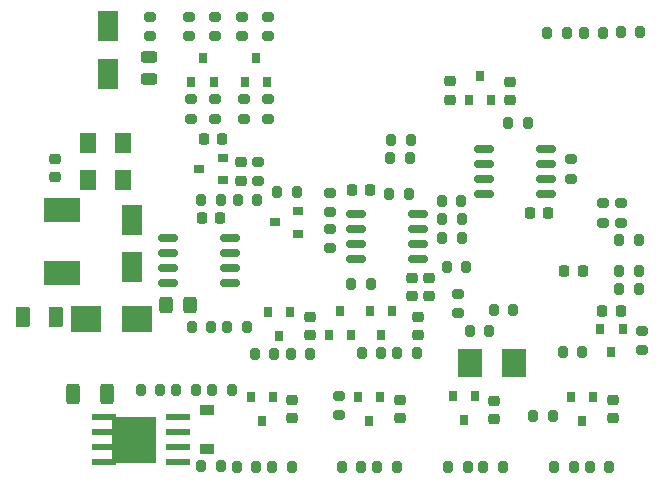
<source format=gbr>
%TF.GenerationSoftware,KiCad,Pcbnew,(6.0.7)*%
%TF.CreationDate,2022-10-03T23:56:51+03:00*%
%TF.ProjectId,hs12,68733132-2e6b-4696-9361-645f70636258,rev?*%
%TF.SameCoordinates,Original*%
%TF.FileFunction,Paste,Bot*%
%TF.FilePolarity,Positive*%
%FSLAX46Y46*%
G04 Gerber Fmt 4.6, Leading zero omitted, Abs format (unit mm)*
G04 Created by KiCad (PCBNEW (6.0.7)) date 2022-10-03 23:56:51*
%MOMM*%
%LPD*%
G01*
G04 APERTURE LIST*
G04 Aperture macros list*
%AMRoundRect*
0 Rectangle with rounded corners*
0 $1 Rounding radius*
0 $2 $3 $4 $5 $6 $7 $8 $9 X,Y pos of 4 corners*
0 Add a 4 corners polygon primitive as box body*
4,1,4,$2,$3,$4,$5,$6,$7,$8,$9,$2,$3,0*
0 Add four circle primitives for the rounded corners*
1,1,$1+$1,$2,$3*
1,1,$1+$1,$4,$5*
1,1,$1+$1,$6,$7*
1,1,$1+$1,$8,$9*
0 Add four rect primitives between the rounded corners*
20,1,$1+$1,$2,$3,$4,$5,0*
20,1,$1+$1,$4,$5,$6,$7,0*
20,1,$1+$1,$6,$7,$8,$9,0*
20,1,$1+$1,$8,$9,$2,$3,0*%
G04 Aperture macros list end*
%ADD10RoundRect,0.200000X0.200000X0.275000X-0.200000X0.275000X-0.200000X-0.275000X0.200000X-0.275000X0*%
%ADD11RoundRect,0.225000X0.250000X-0.225000X0.250000X0.225000X-0.250000X0.225000X-0.250000X-0.225000X0*%
%ADD12RoundRect,0.243750X-0.456250X0.243750X-0.456250X-0.243750X0.456250X-0.243750X0.456250X0.243750X0*%
%ADD13R,0.800000X0.900000*%
%ADD14RoundRect,0.200000X0.275000X-0.200000X0.275000X0.200000X-0.275000X0.200000X-0.275000X-0.200000X0*%
%ADD15RoundRect,0.250000X0.375000X0.625000X-0.375000X0.625000X-0.375000X-0.625000X0.375000X-0.625000X0*%
%ADD16RoundRect,0.225000X0.225000X0.250000X-0.225000X0.250000X-0.225000X-0.250000X0.225000X-0.250000X0*%
%ADD17R,0.900000X0.800000*%
%ADD18RoundRect,0.250000X0.325000X0.450000X-0.325000X0.450000X-0.325000X-0.450000X0.325000X-0.450000X0*%
%ADD19R,2.000000X2.400000*%
%ADD20R,3.100000X2.000000*%
%ADD21RoundRect,0.200000X-0.275000X0.200000X-0.275000X-0.200000X0.275000X-0.200000X0.275000X0.200000X0*%
%ADD22R,1.800000X2.500000*%
%ADD23RoundRect,0.200000X-0.200000X-0.275000X0.200000X-0.275000X0.200000X0.275000X-0.200000X0.275000X0*%
%ADD24RoundRect,0.250000X-0.312500X-0.625000X0.312500X-0.625000X0.312500X0.625000X-0.312500X0.625000X0*%
%ADD25R,2.500000X2.300000*%
%ADD26RoundRect,0.225000X-0.225000X-0.250000X0.225000X-0.250000X0.225000X0.250000X-0.225000X0.250000X0*%
%ADD27RoundRect,0.250001X-0.462499X-0.624999X0.462499X-0.624999X0.462499X0.624999X-0.462499X0.624999X0*%
%ADD28RoundRect,0.225000X-0.250000X0.225000X-0.250000X-0.225000X0.250000X-0.225000X0.250000X0.225000X0*%
%ADD29R,2.000000X0.610000*%
%ADD30R,3.810000X3.910000*%
%ADD31RoundRect,0.150000X-0.675000X-0.150000X0.675000X-0.150000X0.675000X0.150000X-0.675000X0.150000X0*%
%ADD32R,1.200000X0.900000*%
%ADD33RoundRect,0.150000X0.675000X0.150000X-0.675000X0.150000X-0.675000X-0.150000X0.675000X-0.150000X0*%
G04 APERTURE END LIST*
D10*
%TO.C,R51*%
X19125000Y18600000D03*
X17475000Y18600000D03*
%TD*%
D11*
%TO.C,C29*%
X5200000Y20025000D03*
X5200000Y21575000D03*
%TD*%
%TO.C,C12*%
X-5400000Y13025000D03*
X-5400000Y14575000D03*
%TD*%
D12*
%TO.C,FU1*%
X-17550000Y43637500D03*
X-17550000Y41762500D03*
%TD*%
D10*
%TO.C,R13*%
X9325000Y25800000D03*
X7675000Y25800000D03*
%TD*%
D13*
%TO.C,VD15*%
X-7500000Y22000000D03*
X-5600000Y22000000D03*
X-6550000Y20000000D03*
%TD*%
D14*
%TO.C,R48*%
X-7500000Y38375000D03*
X-7500000Y40025000D03*
%TD*%
D15*
%TO.C,FU2*%
X-25400000Y21600000D03*
X-28200000Y21600000D03*
%TD*%
D13*
%TO.C,DA2*%
X11450000Y40000000D03*
X9550000Y40000000D03*
X10500000Y42000000D03*
%TD*%
D16*
%TO.C,C35*%
X22375000Y22100000D03*
X20825000Y22100000D03*
%TD*%
D11*
%TO.C,C23*%
X7900000Y40000000D03*
X7900000Y41550000D03*
%TD*%
D17*
%TO.C,VD6*%
X-4900000Y30550000D03*
X-4900000Y28650000D03*
X-6900000Y29600000D03*
%TD*%
D18*
%TO.C,C1*%
X-14075000Y22600000D03*
X-16125000Y22600000D03*
%TD*%
D19*
%TO.C,BQ2*%
X13350000Y17700000D03*
X9650000Y17700000D03*
%TD*%
D20*
%TO.C,L1*%
X-24925000Y25325000D03*
X-24925000Y30625000D03*
%TD*%
D21*
%TO.C,R33*%
X-8300000Y34725000D03*
X-8300000Y33075000D03*
%TD*%
D22*
%TO.C,VD11*%
X-21050000Y46200000D03*
X-21050000Y42200000D03*
%TD*%
D13*
%TO.C,VD16*%
X18150000Y14800000D03*
X20050000Y14800000D03*
X19100000Y12800000D03*
%TD*%
D11*
%TO.C,C20*%
X6200000Y23325000D03*
X6200000Y24875000D03*
%TD*%
D10*
%TO.C,R10*%
X8902431Y31426773D03*
X7252431Y31426773D03*
%TD*%
%TO.C,R38*%
X4625000Y36600000D03*
X2975000Y36600000D03*
%TD*%
%TO.C,R40*%
X23925000Y28100000D03*
X22275000Y28100000D03*
%TD*%
D11*
%TO.C,C28*%
X-9800000Y33125000D03*
X-9800000Y34675000D03*
%TD*%
D10*
%TO.C,R45*%
X5125000Y18500000D03*
X3475000Y18500000D03*
%TD*%
D23*
%TO.C,R6*%
X-13125000Y31500000D03*
X-11475000Y31500000D03*
%TD*%
D24*
%TO.C,R22*%
X-24012500Y15100000D03*
X-21087500Y15100000D03*
%TD*%
D25*
%TO.C,VD3*%
X-22900000Y21400000D03*
X-18600000Y21400000D03*
%TD*%
D14*
%TO.C,R5*%
X18150000Y33275000D03*
X18150000Y34925000D03*
%TD*%
D10*
%TO.C,R39*%
X23925000Y25500000D03*
X22275000Y25500000D03*
%TD*%
%TO.C,R14*%
X4425000Y32000000D03*
X2775000Y32000000D03*
%TD*%
D26*
%TO.C,C11*%
X-375000Y32300000D03*
X1175000Y32300000D03*
%TD*%
D27*
%TO.C,C6*%
X-22687500Y33200000D03*
X-19712500Y33200000D03*
%TD*%
D13*
%TO.C,VD9*%
X20650000Y20600000D03*
X22550000Y20600000D03*
X21600000Y18600000D03*
%TD*%
D10*
%TO.C,R56*%
X-3875000Y18450000D03*
X-5525000Y18450000D03*
%TD*%
D23*
%TO.C,R32*%
X-15225000Y15400000D03*
X-13575000Y15400000D03*
%TD*%
D10*
%TO.C,R53*%
X425000Y8900000D03*
X-1225000Y8900000D03*
%TD*%
%TO.C,R11*%
X8925000Y29876773D03*
X7275000Y29876773D03*
%TD*%
D11*
%TO.C,C8*%
X-25500000Y33425000D03*
X-25500000Y34975000D03*
%TD*%
D23*
%TO.C,R7*%
X-10025000Y31500000D03*
X-8375000Y31500000D03*
%TD*%
D10*
%TO.C,R34*%
X14525000Y38000000D03*
X12875000Y38000000D03*
%TD*%
%TO.C,R54*%
X12400000Y8900000D03*
X10750000Y8900000D03*
%TD*%
D14*
%TO.C,R25*%
X8600000Y21925000D03*
X8600000Y23575000D03*
%TD*%
D16*
%TO.C,C36*%
X16275000Y30400000D03*
X14725000Y30400000D03*
%TD*%
%TO.C,C10*%
X19175000Y25500000D03*
X17625000Y25500000D03*
%TD*%
D14*
%TO.C,R50*%
X24200000Y18775000D03*
X24200000Y20425000D03*
%TD*%
D10*
%TO.C,R20*%
X-8475000Y8900000D03*
X-10125000Y8900000D03*
%TD*%
D23*
%TO.C,R8*%
X-13125000Y9000000D03*
X-11475000Y9000000D03*
%TD*%
D13*
%TO.C,VD10*%
X-7550000Y41500000D03*
X-9450000Y41500000D03*
X-8500000Y43500000D03*
%TD*%
%TO.C,VD5*%
X1150000Y22100000D03*
X3050000Y22100000D03*
X2100000Y20100000D03*
%TD*%
D10*
%TO.C,R52*%
X3425000Y8900000D03*
X1775000Y8900000D03*
%TD*%
%TO.C,R42*%
X20925000Y45650000D03*
X19275000Y45650000D03*
%TD*%
%TO.C,R55*%
X9425000Y8900000D03*
X7775000Y8900000D03*
%TD*%
D23*
%TO.C,R73*%
X14975000Y13200000D03*
X16625000Y13200000D03*
%TD*%
D14*
%TO.C,R61*%
X-9700000Y45375000D03*
X-9700000Y47025000D03*
%TD*%
D26*
%TO.C,C2*%
X-13075000Y29950000D03*
X-11525000Y29950000D03*
%TD*%
D14*
%TO.C,R18*%
X-14200000Y45375000D03*
X-14200000Y47025000D03*
%TD*%
D11*
%TO.C,C32*%
X-3950000Y20025000D03*
X-3950000Y21575000D03*
%TD*%
D21*
%TO.C,R71*%
X-1500000Y14925000D03*
X-1500000Y13275000D03*
%TD*%
D10*
%TO.C,R58*%
X21425000Y8900000D03*
X19775000Y8900000D03*
%TD*%
D13*
%TO.C,VD7*%
X-8950000Y14800000D03*
X-7050000Y14800000D03*
X-8000000Y12800000D03*
%TD*%
D26*
%TO.C,C27*%
X-12875000Y36700000D03*
X-11325000Y36700000D03*
%TD*%
D10*
%TO.C,R2*%
X1225000Y24400000D03*
X-425000Y24400000D03*
%TD*%
D23*
%TO.C,R65*%
X22275000Y23950000D03*
X23925000Y23950000D03*
%TD*%
D10*
%TO.C,R30*%
X-10550000Y15400000D03*
X-12200000Y15400000D03*
%TD*%
D23*
%TO.C,R31*%
X-18225000Y15400000D03*
X-16575000Y15400000D03*
%TD*%
D28*
%TO.C,C3*%
X4700000Y24875000D03*
X4700000Y23325000D03*
%TD*%
D29*
%TO.C,VT1*%
X-15065000Y13105000D03*
X-15065000Y11835000D03*
X-15065000Y10565000D03*
X-15065000Y9295000D03*
X-21385000Y9295000D03*
D30*
X-18790000Y11200000D03*
D29*
X-21385000Y10565000D03*
X-21385000Y11835000D03*
X-21385000Y13105000D03*
%TD*%
D23*
%TO.C,R41*%
X16175000Y45600000D03*
X17825000Y45600000D03*
%TD*%
D10*
%TO.C,R59*%
X18425000Y8900000D03*
X16775000Y8900000D03*
%TD*%
D23*
%TO.C,R15*%
X-6675000Y32150000D03*
X-5025000Y32150000D03*
%TD*%
D27*
%TO.C,C5*%
X-22687500Y36300000D03*
X-19712500Y36300000D03*
%TD*%
D10*
%TO.C,R19*%
X-5475000Y8900000D03*
X-7125000Y8900000D03*
%TD*%
D14*
%TO.C,R37*%
X-17500000Y45375000D03*
X-17500000Y47025000D03*
%TD*%
%TO.C,R21*%
X-7494927Y45375000D03*
X-7494927Y47025000D03*
%TD*%
D31*
%TO.C,DA1*%
X-15925000Y24495000D03*
X-15925000Y25765000D03*
X-15925000Y27035000D03*
X-15925000Y28305000D03*
X-10675000Y28305000D03*
X-10675000Y27035000D03*
X-10675000Y25765000D03*
X-10675000Y24495000D03*
%TD*%
D23*
%TO.C,R43*%
X22375000Y45700000D03*
X24025000Y45700000D03*
%TD*%
D14*
%TO.C,R60*%
X-11964976Y45375000D03*
X-11964976Y47025000D03*
%TD*%
D10*
%TO.C,R57*%
X-6925000Y18450000D03*
X-8575000Y18450000D03*
%TD*%
D13*
%TO.C,VD13*%
X150000Y14800000D03*
X2050000Y14800000D03*
X1100000Y12800000D03*
%TD*%
%TO.C,VD8*%
X-12050000Y41500000D03*
X-13950000Y41500000D03*
X-13000000Y43500000D03*
%TD*%
D10*
%TO.C,R69*%
X11275000Y20400000D03*
X9625000Y20400000D03*
%TD*%
D11*
%TO.C,C33*%
X21700000Y13025000D03*
X21700000Y14575000D03*
%TD*%
D13*
%TO.C,VD12*%
X8150000Y14900000D03*
X10050000Y14900000D03*
X9100000Y12900000D03*
%TD*%
D17*
%TO.C,DA3*%
X-11300000Y35050000D03*
X-11300000Y33150000D03*
X-13300000Y34100000D03*
%TD*%
D32*
%TO.C,VD2*%
X-12600000Y10450000D03*
X-12600000Y13750000D03*
%TD*%
D10*
%TO.C,R12*%
X8925000Y28300000D03*
X7275000Y28300000D03*
%TD*%
D23*
%TO.C,R70*%
X11625000Y22200000D03*
X13275000Y22200000D03*
%TD*%
D10*
%TO.C,R64*%
X4525000Y35050000D03*
X2875000Y35050000D03*
%TD*%
D21*
%TO.C,R35*%
X20900000Y31225000D03*
X20900000Y29575000D03*
%TD*%
%TO.C,R17*%
X-2200000Y32096773D03*
X-2200000Y30446773D03*
%TD*%
D13*
%TO.C,VD1*%
X-450000Y20100000D03*
X-2350000Y20100000D03*
X-1400000Y22100000D03*
%TD*%
D21*
%TO.C,R47*%
X-9500000Y40025000D03*
X-9500000Y38375000D03*
%TD*%
D33*
%TO.C,DD1*%
X5225000Y30305000D03*
X5225000Y29035000D03*
X5225000Y27765000D03*
X5225000Y26495000D03*
X-25000Y26495000D03*
X-25000Y27765000D03*
X-25000Y29035000D03*
X-25000Y30305000D03*
%TD*%
D23*
%TO.C,R4*%
X-13925000Y20700000D03*
X-12275000Y20700000D03*
%TD*%
D10*
%TO.C,R49*%
X2125000Y18500000D03*
X475000Y18500000D03*
%TD*%
D23*
%TO.C,R3*%
X-10925000Y20700000D03*
X-9275000Y20700000D03*
%TD*%
D11*
%TO.C,C30*%
X3700000Y13025000D03*
X3700000Y14575000D03*
%TD*%
D28*
%TO.C,C22*%
X13000000Y41475000D03*
X13000000Y39925000D03*
%TD*%
D21*
%TO.C,R16*%
X-2222569Y29046773D03*
X-2222569Y27396773D03*
%TD*%
D22*
%TO.C,VD4*%
X-19000000Y25815480D03*
X-19000000Y29815480D03*
%TD*%
D14*
%TO.C,R24*%
X-12000000Y38375000D03*
X-12000000Y40025000D03*
%TD*%
%TO.C,R36*%
X22400000Y29575000D03*
X22400000Y31225000D03*
%TD*%
D31*
%TO.C,DD4*%
X10775000Y31995000D03*
X10775000Y33265000D03*
X10775000Y34535000D03*
X10775000Y35805000D03*
X16025000Y35805000D03*
X16025000Y34535000D03*
X16025000Y33265000D03*
X16025000Y31995000D03*
%TD*%
D21*
%TO.C,R23*%
X-14000000Y40025000D03*
X-14000000Y38375000D03*
%TD*%
D28*
%TO.C,C31*%
X11700000Y14475000D03*
X11700000Y12925000D03*
%TD*%
M02*

</source>
